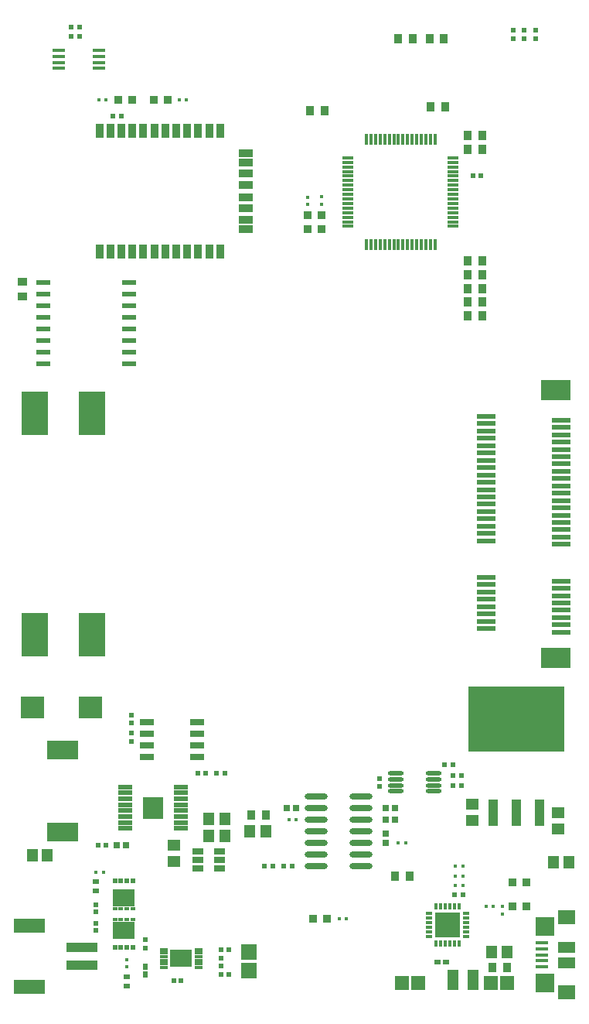
<source format=gtp>
G04*
G04 #@! TF.GenerationSoftware,Altium Limited,Altium Designer,20.0.11 (256)*
G04*
G04 Layer_Color=8421504*
%FSLAX25Y25*%
%MOIN*%
G70*
G01*
G75*
%ADD24R,0.09646X0.07677*%
%ADD25R,0.03740X0.01181*%
%ADD26R,0.12598X0.09055*%
%ADD27R,0.07874X0.02362*%
%ADD28R,0.03200X0.03200*%
%ADD29R,0.01772X0.01772*%
%ADD30R,0.13780X0.07874*%
%ADD31R,0.05906X0.06102*%
%ADD32R,0.04724X0.05512*%
%ADD33R,0.03543X0.03937*%
%ADD34R,0.02598X0.02441*%
%ADD35R,0.01772X0.01772*%
%ADD36R,0.11024X0.11024*%
%ADD37R,0.01181X0.03150*%
%ADD38R,0.03150X0.01181*%
%ADD39R,0.02126X0.02284*%
%ADD40R,0.02165X0.02165*%
%ADD41R,0.02441X0.02598*%
%ADD42R,0.02559X0.02165*%
%ADD43R,0.02165X0.02165*%
%ADD44R,0.01968X0.02480*%
%ADD45R,0.01968X0.01614*%
%ADD46R,0.09646X0.07480*%
%ADD47R,0.02284X0.02126*%
%ADD48R,0.02559X0.02559*%
%ADD49R,0.02559X0.02559*%
%ADD50R,0.41339X0.28347*%
%ADD51R,0.04134X0.11221*%
%ADD52R,0.05118X0.05709*%
%ADD53R,0.04724X0.01181*%
%ADD54R,0.01181X0.04724*%
%ADD55R,0.03200X0.06300*%
%ADD56R,0.06300X0.03200*%
%ADD57R,0.04921X0.08661*%
%ADD58R,0.06890X0.06693*%
%ADD59R,0.06004X0.02559*%
%ADD60R,0.10236X0.09449*%
%ADD61R,0.05709X0.04528*%
%ADD62R,0.03200X0.03200*%
%ADD63R,0.13780X0.03937*%
%ADD64R,0.13386X0.05906*%
%ADD65R,0.05118X0.02756*%
%ADD66R,0.05315X0.01575*%
%ADD67R,0.07874X0.08268*%
%ADD68R,0.07480X0.06299*%
%ADD69R,0.07480X0.04724*%
%ADD70R,0.06378X0.02284*%
%ADD71O,0.09843X0.02756*%
%ADD72R,0.09095X0.09685*%
G04:AMPARAMS|DCode=73|XSize=17.72mil|YSize=62.99mil|CornerRadius=1.95mil|HoleSize=0mil|Usage=FLASHONLY|Rotation=90.000|XOffset=0mil|YOffset=0mil|HoleType=Round|Shape=RoundedRectangle|*
%AMROUNDEDRECTD73*
21,1,0.01772,0.05909,0,0,90.0*
21,1,0.01382,0.06299,0,0,90.0*
1,1,0.00390,0.02955,0.00691*
1,1,0.00390,0.02955,-0.00691*
1,1,0.00390,-0.02955,-0.00691*
1,1,0.00390,-0.02955,0.00691*
%
%ADD73ROUNDEDRECTD73*%
%ADD74R,0.05400X0.01600*%
%ADD75O,0.07087X0.01772*%
%ADD76R,0.11811X0.18898*%
%ADD77R,0.04528X0.05709*%
%ADD78R,0.03937X0.03543*%
D24*
X74803Y20524D02*
D03*
D25*
X67224Y16587D02*
D03*
Y18161D02*
D03*
Y19736D02*
D03*
Y21311D02*
D03*
Y22886D02*
D03*
Y24461D02*
D03*
X82382D02*
D03*
Y22886D02*
D03*
Y21311D02*
D03*
Y19736D02*
D03*
Y18161D02*
D03*
Y16587D02*
D03*
D26*
X236280Y265177D02*
D03*
Y149823D02*
D03*
D27*
X206358Y253957D02*
D03*
Y250807D02*
D03*
Y247657D02*
D03*
Y244508D02*
D03*
Y241358D02*
D03*
Y238209D02*
D03*
Y235059D02*
D03*
Y231909D02*
D03*
Y228760D02*
D03*
Y225610D02*
D03*
Y222461D02*
D03*
Y219311D02*
D03*
Y216161D02*
D03*
Y213012D02*
D03*
Y209862D02*
D03*
Y206713D02*
D03*
Y203563D02*
D03*
Y200413D02*
D03*
X238642Y252382D02*
D03*
Y249232D02*
D03*
Y246083D02*
D03*
Y242933D02*
D03*
Y239784D02*
D03*
Y236634D02*
D03*
Y233484D02*
D03*
Y230335D02*
D03*
Y227185D02*
D03*
Y224035D02*
D03*
Y220886D02*
D03*
Y217736D02*
D03*
Y214587D02*
D03*
Y211437D02*
D03*
Y208287D02*
D03*
Y205138D02*
D03*
Y201988D02*
D03*
Y198839D02*
D03*
X206358Y184665D02*
D03*
Y181516D02*
D03*
Y178366D02*
D03*
Y175216D02*
D03*
Y172067D02*
D03*
Y168917D02*
D03*
Y165768D02*
D03*
Y162618D02*
D03*
X238642Y183091D02*
D03*
Y179941D02*
D03*
Y176791D02*
D03*
Y173642D02*
D03*
Y170492D02*
D03*
Y167342D02*
D03*
Y164193D02*
D03*
Y161043D02*
D03*
D28*
X69142Y390158D02*
D03*
X63189D02*
D03*
X47787D02*
D03*
X53740D02*
D03*
X131646Y37471D02*
D03*
X137598D02*
D03*
X217709Y42803D02*
D03*
X223661D02*
D03*
X217709Y53150D02*
D03*
X223661D02*
D03*
D29*
X142913Y37471D02*
D03*
X146063D02*
D03*
X193063Y56089D02*
D03*
X196213D02*
D03*
X193106Y51941D02*
D03*
X196256D02*
D03*
X209402Y42803D02*
D03*
X206252D02*
D03*
X41339Y57480D02*
D03*
X38189D02*
D03*
X77165Y390158D02*
D03*
X74016D02*
D03*
X39309D02*
D03*
X42458D02*
D03*
X124362Y80236D02*
D03*
X121213D02*
D03*
X171671Y70319D02*
D03*
X168522D02*
D03*
X193063Y60236D02*
D03*
X196213D02*
D03*
D30*
X23622Y110236D02*
D03*
Y74803D02*
D03*
D31*
X170097Y9886D02*
D03*
X177183D02*
D03*
X215465D02*
D03*
X208378D02*
D03*
D32*
X215465Y23327D02*
D03*
X208772D02*
D03*
X235236Y62017D02*
D03*
X241929D02*
D03*
D33*
X215465Y16732D02*
D03*
X209165D02*
D03*
X174803Y416732D02*
D03*
X168504D02*
D03*
X188583Y387402D02*
D03*
X182283D02*
D03*
X198425Y303150D02*
D03*
X204724D02*
D03*
X198425Y309055D02*
D03*
X204724D02*
D03*
X105118Y82284D02*
D03*
X111417D02*
D03*
X173246Y56067D02*
D03*
X166947D02*
D03*
X136811Y385539D02*
D03*
X130512D02*
D03*
X188189Y416732D02*
D03*
X181890D02*
D03*
X198425Y314961D02*
D03*
X204724D02*
D03*
X198425Y297220D02*
D03*
X204724D02*
D03*
X198425Y320984D02*
D03*
X204724D02*
D03*
X198398Y374989D02*
D03*
X204697D02*
D03*
X198398Y369083D02*
D03*
X204697D02*
D03*
D34*
X185504Y18941D02*
D03*
X188969D02*
D03*
D35*
X213339Y42803D02*
D03*
Y39654D02*
D03*
X51378Y20079D02*
D03*
Y16929D02*
D03*
X135504Y345442D02*
D03*
Y348592D02*
D03*
X129381Y345203D02*
D03*
Y348352D02*
D03*
D36*
X189716Y34929D02*
D03*
D37*
X194638Y27055D02*
D03*
X192669D02*
D03*
X190701D02*
D03*
X188732D02*
D03*
X186764D02*
D03*
X184795D02*
D03*
Y42803D02*
D03*
X186764D02*
D03*
X188732D02*
D03*
X190701D02*
D03*
X192669D02*
D03*
X194638D02*
D03*
D38*
X181843Y30008D02*
D03*
Y31976D02*
D03*
Y33945D02*
D03*
Y35913D02*
D03*
Y37882D02*
D03*
Y39850D02*
D03*
X197591D02*
D03*
Y37882D02*
D03*
Y35913D02*
D03*
Y33945D02*
D03*
Y31976D02*
D03*
Y30008D02*
D03*
D39*
X91929Y17461D02*
D03*
Y20531D02*
D03*
X38189Y32717D02*
D03*
Y35787D02*
D03*
Y40591D02*
D03*
Y43661D02*
D03*
D40*
X91949Y24461D02*
D03*
X95492D02*
D03*
X91949Y13622D02*
D03*
X95492D02*
D03*
X45472Y383465D02*
D03*
X49016D02*
D03*
X204134Y357480D02*
D03*
X200590D02*
D03*
X110742Y60236D02*
D03*
X114285D02*
D03*
X119095D02*
D03*
X122638D02*
D03*
X191929Y103937D02*
D03*
X188386D02*
D03*
X195575Y99213D02*
D03*
X192032D02*
D03*
X85433Y100394D02*
D03*
X81890D02*
D03*
X195575Y95079D02*
D03*
X192032D02*
D03*
X93691Y100394D02*
D03*
X90148D02*
D03*
X27362Y417685D02*
D03*
X30906D02*
D03*
X27362Y421622D02*
D03*
X30906D02*
D03*
X38878Y69291D02*
D03*
X42421D02*
D03*
X196260Y47991D02*
D03*
X192717D02*
D03*
D41*
X59449Y17087D02*
D03*
Y13622D02*
D03*
D42*
X38189Y53543D02*
D03*
Y49606D02*
D03*
X51378Y8661D02*
D03*
Y12598D02*
D03*
D43*
X59449Y28543D02*
D03*
Y25000D02*
D03*
X227559Y420276D02*
D03*
Y416732D02*
D03*
X222835Y420276D02*
D03*
Y416732D02*
D03*
X218110Y420276D02*
D03*
Y416732D02*
D03*
X160236Y94488D02*
D03*
Y98032D02*
D03*
X53351Y117520D02*
D03*
Y113976D02*
D03*
Y125394D02*
D03*
Y121850D02*
D03*
D44*
X46260Y25437D02*
D03*
X48819D02*
D03*
X51378D02*
D03*
X53937D02*
D03*
X46260Y53858D02*
D03*
X48819D02*
D03*
X51378D02*
D03*
X53937D02*
D03*
D45*
Y37169D02*
D03*
X51378D02*
D03*
X48819D02*
D03*
X46260D02*
D03*
X53937Y42126D02*
D03*
X51378D02*
D03*
X48819D02*
D03*
X46260D02*
D03*
D46*
X50098Y32622D02*
D03*
Y46673D02*
D03*
D47*
X74764Y11024D02*
D03*
X71693D02*
D03*
D48*
X163010Y80236D02*
D03*
X166947D02*
D03*
X166929Y85236D02*
D03*
X162992D02*
D03*
X120473Y85138D02*
D03*
X124409D02*
D03*
X51063Y69291D02*
D03*
X47126D02*
D03*
D49*
X162992Y70319D02*
D03*
Y74256D02*
D03*
D50*
X219291Y123622D02*
D03*
D51*
X229291Y83465D02*
D03*
X219291D02*
D03*
X209291D02*
D03*
D52*
X16929Y64961D02*
D03*
X10630D02*
D03*
D53*
X192126Y365354D02*
D03*
Y363386D02*
D03*
Y361417D02*
D03*
Y359449D02*
D03*
Y357480D02*
D03*
Y355512D02*
D03*
Y353543D02*
D03*
Y351575D02*
D03*
Y349606D02*
D03*
Y347638D02*
D03*
Y345669D02*
D03*
Y343701D02*
D03*
Y341732D02*
D03*
Y339764D02*
D03*
Y337795D02*
D03*
Y335827D02*
D03*
X146850D02*
D03*
Y337795D02*
D03*
Y339764D02*
D03*
Y341732D02*
D03*
Y343701D02*
D03*
Y345669D02*
D03*
Y347638D02*
D03*
Y349606D02*
D03*
Y351575D02*
D03*
Y353543D02*
D03*
Y355512D02*
D03*
Y357480D02*
D03*
Y359449D02*
D03*
Y361417D02*
D03*
Y363386D02*
D03*
Y365354D02*
D03*
D54*
X184252Y327953D02*
D03*
X182283D02*
D03*
X180315D02*
D03*
X178347D02*
D03*
X176378D02*
D03*
X174409D02*
D03*
X172441D02*
D03*
X170473D02*
D03*
X168504D02*
D03*
X166535D02*
D03*
X164567D02*
D03*
X162598D02*
D03*
X160630D02*
D03*
X158661D02*
D03*
X156693D02*
D03*
X154724D02*
D03*
Y373228D02*
D03*
X156693D02*
D03*
X158661D02*
D03*
X160630D02*
D03*
X162598D02*
D03*
X164567D02*
D03*
X166535D02*
D03*
X168504D02*
D03*
X170473D02*
D03*
X172441D02*
D03*
X174409D02*
D03*
X176378D02*
D03*
X178347D02*
D03*
X180315D02*
D03*
X182283D02*
D03*
X184252D02*
D03*
D55*
X39602Y325008D02*
D03*
X44327D02*
D03*
X49051D02*
D03*
X53776D02*
D03*
X58500D02*
D03*
X63224D02*
D03*
X67987D02*
D03*
X72687D02*
D03*
X77487D02*
D03*
X82187D02*
D03*
X86887D02*
D03*
X91587D02*
D03*
Y376992D02*
D03*
X86887D02*
D03*
X82187D02*
D03*
X77487D02*
D03*
X72687D02*
D03*
X67987D02*
D03*
X63224D02*
D03*
X58500D02*
D03*
X53776D02*
D03*
X49051D02*
D03*
X44327D02*
D03*
X39602D02*
D03*
D56*
X102687Y363292D02*
D03*
Y338787D02*
D03*
Y334763D02*
D03*
Y343512D02*
D03*
Y348236D02*
D03*
Y353792D02*
D03*
Y358492D02*
D03*
Y367292D02*
D03*
D57*
X191882Y11165D02*
D03*
X200543D02*
D03*
D58*
X103937Y15256D02*
D03*
Y23327D02*
D03*
D59*
X60189Y107461D02*
D03*
Y112461D02*
D03*
Y117461D02*
D03*
Y122461D02*
D03*
X81543D02*
D03*
Y117461D02*
D03*
Y112461D02*
D03*
Y107461D02*
D03*
D60*
X10638Y128713D02*
D03*
X35835D02*
D03*
D61*
X200284Y79921D02*
D03*
Y87008D02*
D03*
X237500Y83465D02*
D03*
Y76378D02*
D03*
X71653Y69291D02*
D03*
Y62205D02*
D03*
D62*
X129381Y340703D02*
D03*
Y334750D02*
D03*
X135504D02*
D03*
Y340703D02*
D03*
D63*
X32083Y25437D02*
D03*
Y17563D02*
D03*
D64*
X9445Y34689D02*
D03*
Y8311D02*
D03*
D65*
X91429Y59252D02*
D03*
Y62992D02*
D03*
Y66732D02*
D03*
X81980D02*
D03*
Y62992D02*
D03*
Y59252D02*
D03*
D66*
X230469Y27209D02*
D03*
Y24650D02*
D03*
Y22091D02*
D03*
Y19532D02*
D03*
Y16972D02*
D03*
D67*
X231748Y34295D02*
D03*
Y9886D02*
D03*
D68*
X241000Y38232D02*
D03*
Y5949D02*
D03*
D69*
Y25437D02*
D03*
Y18744D02*
D03*
D70*
X15354Y311693D02*
D03*
Y306693D02*
D03*
Y301693D02*
D03*
Y296693D02*
D03*
Y291693D02*
D03*
Y286693D02*
D03*
Y281693D02*
D03*
Y276693D02*
D03*
X52284Y311693D02*
D03*
Y306693D02*
D03*
Y301693D02*
D03*
Y296693D02*
D03*
Y291693D02*
D03*
Y286693D02*
D03*
Y281693D02*
D03*
Y276693D02*
D03*
D71*
X152362Y60236D02*
D03*
Y65236D02*
D03*
Y70236D02*
D03*
Y75236D02*
D03*
Y80236D02*
D03*
Y85236D02*
D03*
Y90236D02*
D03*
X133071Y60236D02*
D03*
Y65236D02*
D03*
Y70236D02*
D03*
Y75236D02*
D03*
Y80236D02*
D03*
Y85236D02*
D03*
Y90236D02*
D03*
D72*
X62598Y85433D02*
D03*
D73*
X74606Y76476D02*
D03*
Y79035D02*
D03*
Y81595D02*
D03*
Y84153D02*
D03*
Y86713D02*
D03*
Y89272D02*
D03*
Y91831D02*
D03*
Y94390D02*
D03*
X50591Y76476D02*
D03*
Y79035D02*
D03*
Y81595D02*
D03*
Y84153D02*
D03*
Y86713D02*
D03*
Y89272D02*
D03*
Y91831D02*
D03*
Y94390D02*
D03*
D74*
X22109Y411551D02*
D03*
Y408992D02*
D03*
Y406433D02*
D03*
Y403874D02*
D03*
X39309D02*
D03*
Y406433D02*
D03*
Y408992D02*
D03*
Y411551D02*
D03*
D75*
X167417Y100197D02*
D03*
Y97638D02*
D03*
Y95079D02*
D03*
Y92520D02*
D03*
X183756Y100197D02*
D03*
Y97638D02*
D03*
Y95079D02*
D03*
Y92520D02*
D03*
D76*
X11673Y159862D02*
D03*
X36476D02*
D03*
X11673Y255138D02*
D03*
X36476D02*
D03*
D77*
X86614Y80709D02*
D03*
X93701D02*
D03*
X111417Y75197D02*
D03*
X104331D02*
D03*
X93701Y73228D02*
D03*
X86614D02*
D03*
D78*
X6299Y305512D02*
D03*
Y311811D02*
D03*
M02*

</source>
